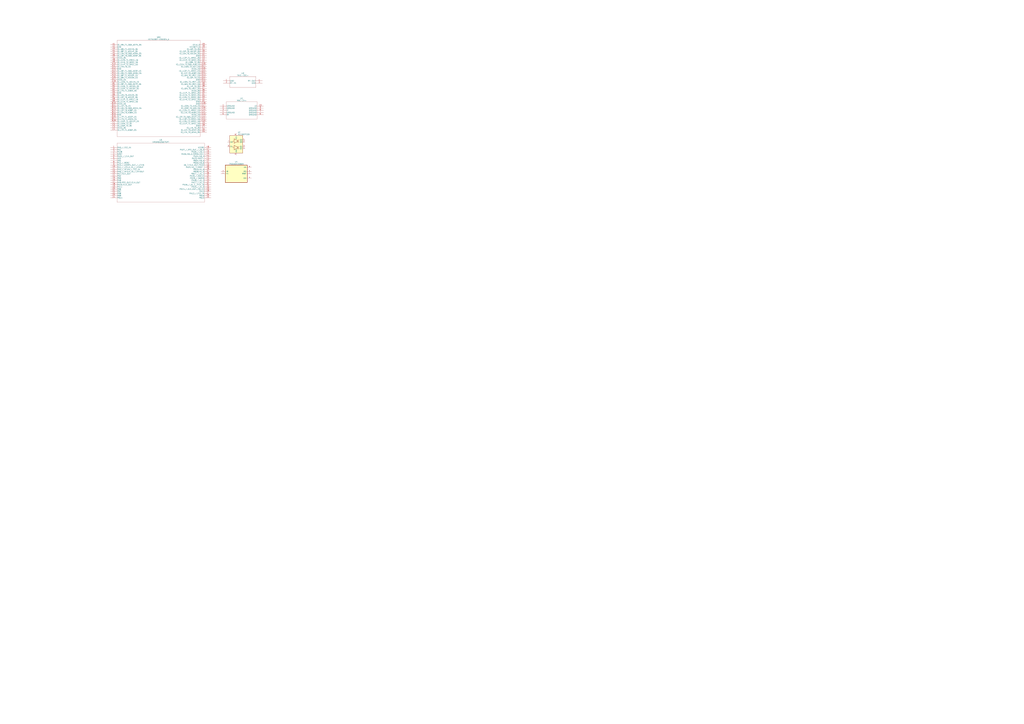
<source format=kicad_sch>
(kicad_sch (version 20230121) (generator eeschema)
  (paper "A0")
  (title_block (title "UHF PCB with Dual Microcontroller and FGPA") (date "2023-12-15") (rev "MK1"))
  (lib_symbols
    (symbol "2023-12-16_21-42-08:TAV1-331+" (pin_names (offset 0.254))
      (property "Reference" "U" (at 22.86 10.16 0))
      (property "Value" "TAV1-331+" (at 22.86 7.62 0))
      (symbol "TAV1-331+_1_1"
        (polyline (pts (xy 7.62 -7.62) (xy 38.1 -7.62)) (stroke (width 0.127)))
        (polyline (pts (xy 7.62 5.08) (xy 7.62 -7.62)) (stroke (width 0.127)))
        (polyline (pts (xy 38.1 -7.62) (xy 38.1 5.08)) (stroke (width 0.127)))
        (polyline (pts (xy 38.1 5.08) (xy 7.62 5.08)) (stroke (width 0.127)))
        (pin power_in line (at 0 0 0) (length 7.62) (name "GND") (number "1"))
        (pin input line (at 0 -2.54 0) (length 7.62) (name "RF-IN") (number "2"))
        (pin power_in line (at 45.72 -2.54 180) (length 7.62) (name "GND") (number "3"))
        (pin output line (at 45.72 0 180) (length 7.62) (name "RF-OUT") (number "4"))
      )
    )
    (symbol "2023-12-17_23-20-25:XMSM0G3507SPT" (pin_names (offset 0.254))
      (property "Reference" "U" (at 58.42 10.16 0))
      (property "Value" "XMSM0G3507SPT" (at 58.42 7.62 0))
      (symbol "XMSM0G3507SPT_1_1"
        (polyline (pts (xy 7.62 -63.5) (xy 109.22 -63.5)) (stroke (width 0.127)))
        (polyline (pts (xy 7.62 5.08) (xy 7.62 -63.5)) (stroke (width 0.127)))
        (polyline (pts (xy 109.22 -63.5) (xy 109.22 5.08)) (stroke (width 0.127)))
        (polyline (pts (xy 109.22 5.08) (xy 7.62 5.08)) (stroke (width 0.127)))
        (pin bidirectional line (at 0 0 0) (length 7.62) (name "PA0_/_FCC_IN") (number "1"))
        (pin output line (at 0 -22.86 0) (length 7.62) (name "PA4_/_LFCLK_IN_/_LFXOUT") (number "10"))
        (pin bidirectional line (at 0 -25.4 0) (length 7.62) (name "PA5_/_HFXIN_/_FCC_IN") (number "11"))
        (pin output line (at 0 -27.94 0) (length 7.62) (name "PA6_/_HFCLK_IN_/_HFXOUT") (number "12"))
        (pin output line (at 0 -30.48 0) (length 7.62) (name "PA7/CLK_OUT") (number "13"))
        (pin bidirectional line (at 0 -33.02 0) (length 7.62) (name "PB2") (number "14"))
        (pin bidirectional line (at 0 -35.56 0) (length 7.62) (name "PB3") (number "15"))
        (pin bidirectional line (at 0 -38.1 0) (length 7.62) (name "PA8") (number "16"))
        (pin output line (at 0 -40.64 0) (length 7.62) (name "PA9/RTC_OUT/CLK_OUT") (number "17"))
        (pin output line (at 0 -43.18 0) (length 7.62) (name "PA10/CLK_OUT") (number "18"))
        (pin bidirectional line (at 0 -45.72 0) (length 7.62) (name "PA11") (number "19"))
        (pin bidirectional line (at 0 -2.54 0) (length 7.62) (name "PA1") (number "2"))
        (pin bidirectional line (at 0 -48.26 0) (length 7.62) (name "PB6") (number "20"))
        (pin bidirectional line (at 0 -50.8 0) (length 7.62) (name "PB7") (number "21"))
        (pin bidirectional line (at 0 -53.34 0) (length 7.62) (name "PB8") (number "22"))
        (pin bidirectional line (at 0 -55.88 0) (length 7.62) (name "PB9") (number "23"))
        (pin bidirectional line (at 0 -58.42 0) (length 7.62) (name "PB14") (number "24"))
        (pin bidirectional line (at 116.84 -58.42 180) (length 7.62) (name "PB15") (number "25"))
        (pin bidirectional line (at 116.84 -55.88 180) (length 7.62) (name "PB16") (number "26"))
        (pin bidirectional line (at 116.84 -53.34 180) (length 7.62) (name "PA12_/_FCC_IN") (number "27"))
        (pin bidirectional line (at 116.84 -50.8 180) (length 7.62) (name "PA13") (number "28"))
        (pin output line (at 116.84 -48.26 180) (length 7.62) (name "PA14_/_CLK_OUT_/A0_12") (number "29"))
        (pin bidirectional line (at 0 -5.08 0) (length 7.62) (name "PA28") (number "3"))
        (pin bidirectional line (at 116.84 -45.72 180) (length 7.62) (name "PA15_/_A1_0") (number "30"))
        (pin bidirectional line (at 116.84 -43.18 180) (length 7.62) (name "PA16_/_A1_1_/FCC_IN") (number "31"))
        (pin bidirectional line (at 116.84 -40.64 180) (length 7.62) (name "PA17_/_A1_2") (number "32"))
        (pin bidirectional line (at 116.84 -38.1 180) (length 7.62) (name "PA18_/_A1_3") (number "33"))
        (pin bidirectional line (at 116.84 -35.56 180) (length 7.62) (name "PA19_/_SWDIO") (number "34"))
        (pin bidirectional line (at 116.84 -33.02 180) (length 7.62) (name "PA20_/_SWCLK") (number "35"))
        (pin bidirectional line (at 116.84 -30.48 180) (length 7.62) (name "PB17_/_A1_4") (number "36"))
        (pin bidirectional line (at 116.84 -27.94 180) (length 7.62) (name "PB18/A1_5") (number "37"))
        (pin bidirectional line (at 116.84 -25.4 180) (length 7.62) (name "PB19/A1_6") (number "38"))
        (pin power_in line (at 116.84 -22.86 180) (length 7.62) (name "PA21/A1_7/VREF-") (number "39"))
        (pin unspecified line (at 0 -7.62 0) (length 7.62) (name "NRST") (number "4"))
        (pin output line (at 116.84 -20.32 180) (length 7.62) (name "A0_7/CLK_OUT/PA22") (number "40"))
        (pin bidirectional line (at 116.84 -17.78 180) (length 7.62) (name "PB20/A0_6") (number "41"))
        (pin bidirectional line (at 116.84 -15.24 180) (length 7.62) (name "PB24/A0_5") (number "42"))
        (pin power_in line (at 116.84 -12.7 180) (length 7.62) (name "PA23/VREF+") (number "43"))
        (pin bidirectional line (at 116.84 -10.16 180) (length 7.62) (name "PA24/A0_3") (number "44"))
        (pin input line (at 116.84 -7.62 180) (length 7.62) (name "PA25/A0_2/OPA0_IN1+") (number "45"))
        (pin bidirectional line (at 116.84 -5.08 180) (length 7.62) (name "PA26_/_A0_1") (number "46"))
        (pin output line (at 116.84 -2.54 180) (length 7.62) (name "PA27_/_RTC_OUT_/_A0_0") (number "47"))
        (pin unspecified line (at 116.84 0 180) (length 7.62) (name "VCORE") (number "48"))
        (pin output line (at 0 -10.16 0) (length 7.62) (name "PA31_/_CLK_OUT") (number "5"))
        (pin power_in line (at 0 -12.7 0) (length 7.62) (name "VDD") (number "6"))
        (pin power_in line (at 0 -15.24 0) (length 7.62) (name "VSS") (number "7"))
        (pin bidirectional line (at 0 -17.78 0) (length 7.62) (name "PA2_/_ROSC") (number "8"))
        (pin output line (at 0 -20.32 0) (length 7.62) (name "PA3_/_COMP1_OUT_/_LFXIN") (number "9"))
      )
    )
    (symbol "2023-12-18_23-40-33:XC7A100T-CSG324_A" (pin_names (offset 0.254))
      (property "Reference" "U" (at 55.88 10.16 0))
      (property "Value" "XC7A100T-CSG324_A" (at 55.88 7.62 0))
      (symbol "XC7A100T-CSG324_A_1_1"
        (polyline (pts (xy 7.62 -106.68) (xy 104.14 -106.68)) (stroke (width 0.127)))
        (polyline (pts (xy 7.62 5.08) (xy 7.62 -106.68)) (stroke (width 0.127)))
        (polyline (pts (xy 104.14 -106.68) (xy 104.14 5.08)) (stroke (width 0.127)))
        (polyline (pts (xy 104.14 5.08) (xy 7.62 5.08)) (stroke (width 0.127)))
        (pin bidirectional line (at 0 0 0) (length 7.62) (name "IO_L9N_T1_DQS_AD7N_35") (number "A1"))
        (pin bidirectional line (at 0 -22.86 0) (length 7.62) (name "IO_L14P_T2_SRCC_16") (number "A10"))
        (pin bidirectional line (at 0 -25.4 0) (length 7.62) (name "IO_L4N_T0_15") (number "A11"))
        (pin power_in line (at 0 -27.94 0) (length 7.62) (name "GND") (number "A12"))
        (pin bidirectional line (at 0 -30.48 0) (length 7.62) (name "IO_L9P_T1_DQS_AD3P_15") (number "A13"))
        (pin bidirectional line (at 0 -33.02 0) (length 7.62) (name "IO_L9N_T1_DQS_AD3N_15") (number "A14"))
        (pin bidirectional line (at 0 -35.56 0) (length 7.62) (name "IO_L8P_T1_AD10P_15") (number "A15"))
        (pin bidirectional line (at 0 -38.1 0) (length 7.62) (name "IO_L8N_T1_AD10N_15") (number "A16"))
        (pin power_in line (at 0 -40.64 0) (length 7.62) (name "VCCO_15") (number "A17"))
        (pin bidirectional line (at 0 -43.18 0) (length 7.62) (name "IO_L10N_T1_AD11N_15") (number "A18"))
        (pin power_in line (at 0 -2.54 0) (length 7.62) (name "GND") (number "A2"))
        (pin bidirectional line (at 0 -5.08 0) (length 7.62) (name "IO_L8N_T1_AD14N_35") (number "A3"))
        (pin bidirectional line (at 0 -7.62 0) (length 7.62) (name "IO_L8P_T1_AD14P_35") (number "A4"))
        (pin bidirectional line (at 0 -10.16 0) (length 7.62) (name "IO_L3N_T0_DQS_AD5N_35") (number "A5"))
        (pin bidirectional line (at 0 -12.7 0) (length 7.62) (name "IO_L3P_T0_DQS_AD5P_35") (number "A6"))
        (pin power_in line (at 0 -15.24 0) (length 7.62) (name "VCCO_35") (number "A7"))
        (pin bidirectional line (at 0 -17.78 0) (length 7.62) (name "IO_L12N_T1_MRCC_16") (number "A8"))
        (pin bidirectional line (at 0 -20.32 0) (length 7.62) (name "IO_L14N_T2_SRCC_16") (number "A9"))
        (pin bidirectional line (at 0 -45.72 0) (length 7.62) (name "IO_L9P_T1_DQS_AD7P_35") (number "B1"))
        (pin power_in line (at 0 -68.58 0) (length 7.62) (name "VCCO_16") (number "B10"))
        (pin bidirectional line (at 0 -71.12 0) (length 7.62) (name "IO_L4P_T0_15") (number "B11"))
        (pin bidirectional line (at 0 -73.66 0) (length 7.62) (name "IO_L3N_T0_DQS_AD1N_15") (number "B12"))
        (pin bidirectional line (at 0 -76.2 0) (length 7.62) (name "IO_L2P_T0_AD8P_15") (number "B13"))
        (pin bidirectional line (at 0 -78.74 0) (length 7.62) (name "IO_L2N_T0_AD8N_15") (number "B14"))
        (pin power_in line (at 0 -81.28 0) (length 7.62) (name "GND") (number "B15"))
        (pin bidirectional line (at 0 -83.82 0) (length 7.62) (name "IO_L7P_T1_AD2P_15") (number "B16"))
        (pin bidirectional line (at 0 -86.36 0) (length 7.62) (name "IO_L7N_T1_AD2N_15") (number "B17"))
        (pin bidirectional line (at 0 -88.9 0) (length 7.62) (name "IO_L10P_T1_AD11P_15") (number "B18"))
        (pin bidirectional line (at 0 -48.26 0) (length 7.62) (name "IO_L10N_T1_AD15N_35") (number "B2"))
        (pin bidirectional line (at 0 -50.8 0) (length 7.62) (name "IO_L10P_T1_AD15P_35") (number "B3"))
        (pin bidirectional line (at 0 -53.34 0) (length 7.62) (name "IO_L7N_T1_AD6N_35") (number "B4"))
        (pin power_in line (at 0 -55.88 0) (length 7.62) (name "GND") (number "B5"))
        (pin bidirectional line (at 0 -58.42 0) (length 7.62) (name "IO_L2N_T0_AD12N_35") (number "B6"))
        (pin bidirectional line (at 0 -60.96 0) (length 7.62) (name "IO_L2P_T0_AD12P_35") (number "B7"))
        (pin bidirectional line (at 0 -63.5 0) (length 7.62) (name "IO_L12P_T1_MRCC_16") (number "B8"))
        (pin bidirectional line (at 0 -66.04 0) (length 7.62) (name "IO_L11N_T1_SRCC_16") (number "B9"))
        (pin bidirectional line (at 0 -91.44 0) (length 7.62) (name "IO_L16N_T2_35") (number "C1"))
        (pin bidirectional line (at 111.76 -88.9 180) (length 7.62) (name "IO_L13N_T2_MRCC_16") (number "C10"))
        (pin bidirectional line (at 111.76 -86.36 180) (length 7.62) (name "IO_L13P_T2_MRCC_16") (number "C11"))
        (pin bidirectional line (at 111.76 -83.82 180) (length 7.62) (name "IO_L3P_T0_DQS_AD1P_15") (number "C12"))
        (pin power_in line (at 111.76 -81.28 180) (length 7.62) (name "VCCO_15") (number "C13"))
        (pin bidirectional line (at 111.76 -78.74 180) (length 7.62) (name "IO_L1N_T0_AD0N_15") (number "C14"))
        (pin bidirectional line (at 111.76 -76.2 180) (length 7.62) (name "IO_L12N_T1_MRCC_15") (number "C15"))
        (pin bidirectional line (at 111.76 -73.66 180) (length 7.62) (name "IO_L20P_T3_A20_15") (number "C16"))
        (pin bidirectional line (at 111.76 -71.12 180) (length 7.62) (name "IO_L20N_T3_A19_15") (number "C17"))
        (pin power_in line (at 111.76 -68.58 180) (length 7.62) (name "GND") (number "C18"))
        (pin bidirectional line (at 0 -93.98 0) (length 7.62) (name "IO_L16P_T2_35") (number "C2"))
        (pin power_in line (at 0 -96.52 0) (length 7.62) (name "VCCO_35") (number "C3"))
        (pin bidirectional line (at 0 -99.06 0) (length 7.62) (name "IO_L7P_T1_AD6P_35") (number "C4"))
        (pin bidirectional line (at 111.76 -101.6 180) (length 7.62) (name "IO_L1N_T0_AD4N_35") (number "C5"))
        (pin bidirectional line (at 111.76 -99.06 180) (length 7.62) (name "IO_L1P_T0_AD4P_35") (number "C6"))
        (pin bidirectional line (at 111.76 -96.52 180) (length 7.62) (name "IO_L4N_T0_35") (number "C7"))
        (pin power_in line (at 111.76 -93.98 180) (length 7.62) (name "GND") (number "C8"))
        (pin bidirectional line (at 111.76 -91.44 180) (length 7.62) (name "IO_L11P_T1_SRCC_16") (number "C9"))
        (pin power_in line (at 111.76 -66.04 180) (length 7.62) (name "GND") (number "D1"))
        (pin bidirectional line (at 111.76 -43.18 180) (length 7.62) (name "IO_L19N_T3_VREF_16") (number "D10"))
        (pin power_in line (at 111.76 -40.64 180) (length 7.62) (name "GND") (number "D11"))
        (pin bidirectional line (at 111.76 -38.1 180) (length 7.62) (name "IO_L6P_T0_15") (number "D12"))
        (pin bidirectional line (at 111.76 -35.56 180) (length 7.62) (name "IO_L6N_T0_VREF_15") (number "D13"))
        (pin bidirectional line (at 111.76 -33.02 180) (length 7.62) (name "IO_L1P_T0_AD0P_15") (number "D14"))
        (pin bidirectional line (at 111.76 -30.48 180) (length 7.62) (name "IO_L12P_T1_MRCC_15") (number "D15"))
        (pin power_in line (at 111.76 -27.94 180) (length 7.62) (name "VCCO_15") (number "D16"))
        (pin bidirectional line (at 111.76 -25.4 180) (length 7.62) (name "IO_L16N_T2_A27_15") (number "D17"))
        (pin bidirectional line (at 111.76 -22.86 180) (length 7.62) (name "IO_L21N_T3_DQS_A18_15") (number "D18"))
        (pin bidirectional line (at 111.76 -63.5 180) (length 7.62) (name "IO_L14N_T2_SRCC_35") (number "D2"))
        (pin bidirectional line (at 111.76 -60.96 180) (length 7.62) (name "IO_L12N_T1_MRCC_35") (number "D3"))
        (pin bidirectional line (at 111.76 -58.42 180) (length 7.62) (name "IO_L11N_T1_SRCC_35") (number "D4"))
        (pin bidirectional line (at 111.76 -55.88 180) (length 7.62) (name "IO_L11P_T1_SRCC_35") (number "D5"))
        (pin power_in line (at 111.76 -53.34 180) (length 7.62) (name "VCCO_35") (number "D6"))
        (pin bidirectional line (at 111.76 -50.8 180) (length 7.62) (name "IO_L6N_T0_VREF_35") (number "D7"))
        (pin bidirectional line (at 111.76 -48.26 180) (length 7.62) (name "IO_L4P_T0_35") (number "D8"))
        (pin bidirectional line (at 111.76 -45.72 180) (length 7.62) (name "IO_L6N_T0_VREF_16") (number "D9"))
        (pin bidirectional line (at 111.76 -20.32 180) (length 7.62) (name "IO_L18N_T2_35") (number "E1"))
        (pin bidirectional line (at 111.76 -17.78 180) (length 7.62) (name "IO_L14P_T2_SRCC_35") (number "E2"))
        (pin bidirectional line (at 111.76 -15.24 180) (length 7.62) (name "IO_L12P_T1_MRCC_35") (number "E3"))
        (pin power_in line (at 111.76 -12.7 180) (length 7.62) (name "GND") (number "E4"))
        (pin bidirectional line (at 111.76 -10.16 180) (length 7.62) (name "IO_L5N_T0_AD13N_35") (number "E5"))
        (pin bidirectional line (at 111.76 -7.62 180) (length 7.62) (name "IO_L5P_T0_AD13P_35") (number "E6"))
        (pin bidirectional line (at 111.76 -5.08 180) (length 7.62) (name "IO_L6P_T0_35") (number "E7"))
        (pin power_in line (at 111.76 -2.54 180) (length 7.62) (name "VCCBATT_0") (number "E8"))
        (pin bidirectional line (at 111.76 0 180) (length 7.62) (name "CCLK_0") (number "E9"))
      )
      (symbol "XC7A100T-CSG324_A_2_1"
        (polyline (pts (xy 7.62 -106.68) (xy 104.14 -106.68)) (stroke (width 0.127)))
        (polyline (pts (xy 7.62 5.08) (xy 7.62 -106.68)) (stroke (width 0.127)))
        (polyline (pts (xy 104.14 -106.68) (xy 104.14 5.08)) (stroke (width 0.127)))
        (polyline (pts (xy 104.14 5.08) (xy 7.62 5.08)) (stroke (width 0.127)))
        (pin input line (at 0 0 0) (length 7.62) (name "TCK_0") (number "E10"))
        (pin input line (at 0 -2.54 0) (length 7.62) (name "TDI_0") (number "E11"))
        (pin input line (at 0 -5.08 0) (length 7.62) (name "TMS_0") (number "E12"))
        (pin output line (at 0 -7.62 0) (length 7.62) (name "TDO_0") (number "E13"))
        (pin power_in line (at 0 -10.16 0) (length 7.62) (name "GND") (number "E14"))
        (pin bidirectional line (at 0 -12.7 0) (length 7.62) (name "IO_L11P_T1_SRCC_15") (number "E15"))
        (pin bidirectional line (at 0 -15.24 0) (length 7.62) (name "IO_L11N_T1_SRCC_15") (number "E16"))
        (pin bidirectional line (at 0 -17.78 0) (length 7.62) (name "IO_L16P_T2_A28_15") (number "E17"))
        (pin bidirectional line (at 0 -20.32 0) (length 7.62) (name "IO_L21P_T3_DQS_15") (number "E18"))
        (pin bidirectional line (at 0 -22.86 0) (length 7.62) (name "IO_L18P_T2_35") (number "F1"))
        (pin power_in line (at 0 -45.72 0) (length 7.62) (name "VCCBRAM") (number "F10"))
        (pin power_in line (at 0 -48.26 0) (length 7.62) (name "GND") (number "F11"))
        (pin power_in line (at 0 -50.8 0) (length 7.62) (name "VCCAUX") (number "F12"))
        (pin bidirectional line (at 0 -53.34 0) (length 7.62) (name "IO_L5P_T0_AD9P_15") (number "F13"))
        (pin bidirectional line (at 0 -55.88 0) (length 7.62) (name "IO_L5N_T0_AD9N_15") (number "F14"))
        (pin bidirectional line (at 0 -58.42 0) (length 7.62) (name "IO_L14P_T2_SRCC_15") (number "F15"))
        (pin bidirectional line (at 0 -60.96 0) (length 7.62) (name "IO_L14N_T2_SRCC_15") (number "F16"))
        (pin power_in line (at 0 -63.5 0) (length 7.62) (name "GND") (number "F17"))
        (pin bidirectional line (at 0 -66.04 0) (length 7.62) (name "IO_L22N_T3_A16_15") (number "F18"))
        (pin power_in line (at 0 -25.4 0) (length 7.62) (name "VCCO_35") (number "F2"))
        (pin bidirectional line (at 0 -27.94 0) (length 7.62) (name "IO_L13N_T2_MRCC_35") (number "F3"))
        (pin bidirectional line (at 0 -30.48 0) (length 7.62) (name "IO_L13P_T2_MRCC_35") (number "F4"))
        (pin bidirectional line (at 0 -33.02 0) (length 7.62) (name "IO_0_35") (number "F5"))
        (pin bidirectional line (at 0 -35.56 0) (length 7.62) (name "IO_L19N_T3_VREF_35") (number "F6"))
        (pin power_in line (at 0 -38.1 0) (length 7.62) (name "GND") (number "F7"))
        (pin power_in line (at 0 -40.64 0) (length 7.62) (name "VCCINT") (number "F8"))
        (pin power_in line (at 0 -43.18 0) (length 7.62) (name "GND") (number "F9"))
        (pin bidirectional line (at 0 -68.58 0) (length 7.62) (name "IO_L17N_T2_35") (number "G1"))
        (pin power_in line (at 0 -91.44 0) (length 7.62) (name "GND") (number "G10"))
        (pin power_in line (at 0 -93.98 0) (length 7.62) (name "VCCBRAM") (number "G11"))
        (pin power_in line (at 0 -96.52 0) (length 7.62) (name "GND") (number "G12"))
        (pin bidirectional line (at 0 -99.06 0) (length 7.62) (name "IO_0_15") (number "G13"))
        (pin bidirectional line (at 111.76 -101.6 180) (length 7.62) (name "IO_L15N_T2_DQS_ADV_B_15") (number "G14"))
        (pin power_in line (at 111.76 -99.06 180) (length 7.62) (name "VCCO_15") (number "G15"))
        (pin bidirectional line (at 111.76 -96.52 180) (length 7.62) (name "IO_L13N_T2_MRCC_15") (number "G16"))
        (pin bidirectional line (at 111.76 -93.98 180) (length 7.62) (name "IO_L18N_T2_A23_15") (number "G17"))
        (pin bidirectional line (at 111.76 -91.44 180) (length 7.62) (name "IO_L22P_T3_A17_15") (number "G18"))
        (pin bidirectional line (at 0 -71.12 0) (length 7.62) (name "IO_L15N_T2_DQS_35") (number "G2"))
        (pin bidirectional line (at 0 -73.66 0) (length 7.62) (name "IO_L20N_T3_35") (number "G3"))
        (pin bidirectional line (at 0 -76.2 0) (length 7.62) (name "IO_L20P_T3_35") (number "G4"))
        (pin power_in line (at 0 -78.74 0) (length 7.62) (name "VCCO_35") (number "G5"))
        (pin bidirectional line (at 0 -81.28 0) (length 7.62) (name "IO_L19P_T3_35") (number "G6"))
        (pin power_in line (at 0 -83.82 0) (length 7.62) (name "VCCINT") (number "G7"))
        (pin power_in line (at 0 -86.36 0) (length 7.62) (name "GND") (number "G8"))
        (pin power_in line (at 0 -88.9 0) (length 7.62) (name "VCCINT") (number "G9"))
        (pin bidirectional line (at 111.76 -88.9 180) (length 7.62) (name "IO_L17P_T2_35") (number "H1"))
        (pin power_in line (at 111.76 -66.04 180) (length 7.62) (name "VCCADC_0") (number "H10"))
        (pin power_in line (at 111.76 -63.5 180) (length 7.62) (name "GND") (number "H11"))
        (pin power_in line (at 111.76 -60.96 180) (length 7.62) (name "VCCAUX") (number "H12"))
        (pin power_in line (at 111.76 -58.42 180) (length 7.62) (name "GND") (number "H13"))
        (pin bidirectional line (at 111.76 -55.88 180) (length 7.62) (name "IO_L15P_T2_DQS_15") (number "H14"))
        (pin bidirectional line (at 111.76 -53.34 180) (length 7.62) (name "IO_L19N_T3_A21_VREF_15") (number "H15"))
        (pin bidirectional line (at 111.76 -50.8 180) (length 7.62) (name "IO_L13P_T2_MRCC_15") (number "H16"))
        (pin bidirectional line (at 111.76 -48.26 180) (length 7.62) (name "IO_L18P_T2_A24_15") (number "H17"))
        (pin power_in line (at 111.76 -45.72 180) (length 7.62) (name "VCCO_15") (number "H18"))
        (pin bidirectional line (at 111.76 -86.36 180) (length 7.62) (name "IO_L15P_T2_DQS_35") (number "H2"))
        (pin power_in line (at 111.76 -83.82 180) (length 7.62) (name "GND") (number "H3"))
        (pin bidirectional line (at 111.76 -81.28 180) (length 7.62) (name "IO_L21N_T3_DQS_35") (number "H4"))
        (pin bidirectional line (at 111.76 -78.74 180) (length 7.62) (name "IO_L24N_T3_35") (number "H5"))
        (pin bidirectional line (at 111.76 -76.2 180) (length 7.62) (name "IO_L24P_T3_35") (number "H6"))
        (pin power_in line (at 111.76 -73.66 180) (length 7.62) (name "GND") (number "H7"))
        (pin power_in line (at 111.76 -71.12 180) (length 7.62) (name "VCCINT") (number "H8"))
        (pin power_in line (at 111.76 -68.58 180) (length 7.62) (name "GNDADC_0") (number "H9"))
        (pin power_in line (at 111.76 -43.18 180) (length 7.62) (name "VCCO_35") (number "J1"))
        (pin input line (at 111.76 -20.32 180) (length 7.62) (name "VP_0") (number "J10"))
        (pin power_in line (at 111.76 -17.78 180) (length 7.62) (name "VCCINT") (number "J11"))
        (pin power_in line (at 111.76 -15.24 180) (length 7.62) (name "GND") (number "J12"))
        (pin bidirectional line (at 111.76 -12.7 180) (length 7.62) (name "IO_L17N_T2_A25_15") (number "J13"))
        (pin bidirectional line (at 111.76 -10.16 180) (length 7.62) (name "IO_L19P_T3_A22_15") (number "J14"))
        (pin bidirectional line (at 111.76 -7.62 180) (length 7.62) (name "IO_L24N_T3_RS0_15") (number "J15"))
        (pin power_in line (at 111.76 -5.08 180) (length 7.62) (name "GND") (number "J16"))
        (pin bidirectional line (at 111.76 -2.54 180) (length 7.62) (name "IO_L23P_T3_FOE_B_15") (number "J17"))
        (pin bidirectional line (at 111.76 0 180) (length 7.62) (name "IO_L23N_T3_FWE_B_15") (number "J18"))
        (pin bidirectional line (at 111.76 -40.64 180) (length 7.62) (name "IO_L22N_T3_35") (number "J2"))
        (pin bidirectional line (at 111.76 -38.1 180) (length 7.62) (name "IO_L22P_T3_35") (number "J3"))
        (pin bidirectional line (at 111.76 -35.56 180) (length 7.62) (name "IO_L21P_T3_DQS_35") (number "J4"))
        (pin bidirectional line (at 111.76 -33.02 180) (length 7.62) (name "IO_25_35") (number "J5"))
        (pin power_in line (at 111.76 -30.48 180) (length 7.62) (name "GND") (number "J6"))
        (pin power_in line (at 111.76 -27.94 180) (length 7.62) (name "VCCINT") (number "J7"))
        (pin power_in line (at 111.76 -25.4 180) (length 7.62) (name "GND") (number "J8"))
        (pin power_in line (at 111.76 -22.86 180) (length 7.62) (name "VREFN_0") (number "J9"))
      )
      (symbol "XC7A100T-CSG324_A_3_1"
        (polyline (pts (xy 7.62 -106.68) (xy 109.22 -106.68)) (stroke (width 0.127)))
        (polyline (pts (xy 7.62 5.08) (xy 7.62 -106.68)) (stroke (width 0.127)))
        (polyline (pts (xy 109.22 -106.68) (xy 109.22 5.08)) (stroke (width 0.127)))
        (polyline (pts (xy 109.22 5.08) (xy 7.62 5.08)) (stroke (width 0.127)))
        (pin bidirectional line (at 0 0 0) (length 7.62) (name "IO_L23N_T3_35") (number "K1"))
        (pin power_in line (at 0 -22.86 0) (length 7.62) (name "VREFP_0") (number "K10"))
        (pin power_in line (at 0 -25.4 0) (length 7.62) (name "GND") (number "K11"))
        (pin power_in line (at 0 -27.94 0) (length 7.62) (name "VCCAUX") (number "K12"))
        (pin bidirectional line (at 0 -30.48 0) (length 7.62) (name "IO_L17P_T2_A26_15") (number "K13"))
        (pin power_in line (at 0 -33.02 0) (length 7.62) (name "VCCO_15") (number "K14"))
        (pin bidirectional line (at 0 -35.56 0) (length 7.62) (name "IO_L24P_T3_RS1_15") (number "K15"))
        (pin bidirectional line (at 0 -38.1 0) (length 7.62) (name "IO_25_15") (number "K16"))
        (pin bidirectional line (at 0 -40.64 0) (length 7.62) (name "IO_L1P_T0_D00_MOSI_14") (number "K17"))
        (pin bidirectional line (at 0 -43.18 0) (length 7.62) (name "IO_L1N_T0_D01_DIN_14") (number "K18"))
        (pin bidirectional line (at 0 -2.54 0) (length 7.62) (name "IO_L23P_T3_35") (number "K2"))
        (pin bidirectional line (at 0 -5.08 0) (length 7.62) (name "IO_L2P_T0_34") (number "K3"))
        (pin power_in line (at 0 -7.62 0) (length 7.62) (name "VCCO_34") (number "K4"))
        (pin bidirectional line (at 0 -10.16 0) (length 7.62) (name "IO_L5P_T0_34") (number "K5"))
        (pin bidirectional line (at 0 -12.7 0) (length 7.62) (name "IO_0_34") (number "K6"))
        (pin power_in line (at 0 -15.24 0) (length 7.62) (name "GND") (number "K7"))
        (pin power_in line (at 0 -17.78 0) (length 7.62) (name "VCCINT") (number "K8"))
        (pin input line (at 0 -20.32 0) (length 7.62) (name "VN_0") (number "K9"))
        (pin bidirectional line (at 0 -45.72 0) (length 7.62) (name "IO_L1P_T0_34") (number "L1"))
        (pin unspecified line (at 0 -68.58 0) (length 7.62) (name "DXP_0") (number "L10"))
        (pin power_in line (at 0 -71.12 0) (length 7.62) (name "VCCINT") (number "L11"))
        (pin power_in line (at 0 -73.66 0) (length 7.62) (name "GND") (number "L12"))
        (pin bidirectional line (at 0 -76.2 0) (length 7.62) (name "IO_L6P_T0_FCS_B_14") (number "L13"))
        (pin bidirectional line (at 0 -78.74 0) (length 7.62) (name "IO_L2P_T0_D02_14") (number "L14"))
        (pin bidirectional line (at 0 -81.28 0) (length 7.62) (name "IO_L3P_T0_DQS_PUDC_B_14") (number "L15"))
        (pin bidirectional line (at 0 -83.82 0) (length 7.62) (name "IO_L3N_T0_DQS_EMCCLK_14") (number "L16"))
        (pin power_in line (at 0 -86.36 0) (length 7.62) (name "VCCO_14") (number "L17"))
        (pin bidirectional line (at 0 -88.9 0) (length 7.62) (name "IO_L4P_T0_D04_14") (number "L18"))
        (pin power_in line (at 0 -48.26 0) (length 7.62) (name "GND") (number "L2"))
        (pin bidirectional line (at 0 -50.8 0) (length 7.62) (name "IO_L2N_T0_34") (number "L3"))
        (pin bidirectional line (at 0 -53.34 0) (length 7.62) (name "IO_L5N_T0_34") (number "L4"))
        (pin bidirectional line (at 0 -55.88 0) (length 7.62) (name "IO_L6N_T0_VREF_34") (number "L5"))
        (pin bidirectional line (at 0 -58.42 0) (length 7.62) (name "IO_L6P_T0_34") (number "L6"))
        (pin power_in line (at 0 -60.96 0) (length 7.62) (name "VCCINT") (number "L7"))
        (pin power_in line (at 0 -63.5 0) (length 7.62) (name "GND") (number "L8"))
        (pin unspecified line (at 0 -66.04 0) (length 7.62) (name "DXN_0") (number "L9"))
        (pin bidirectional line (at 0 -91.44 0) (length 7.62) (name "IO_L1N_T0_34") (number "M1"))
        (pin power_in line (at 116.84 -88.9 180) (length 7.62) (name "VCCINT") (number "M10"))
        (pin power_in line (at 116.84 -86.36 180) (length 7.62) (name "GND") (number "M11"))
        (pin power_in line (at 116.84 -83.82 180) (length 7.62) (name "VCCAUX") (number "M12"))
        (pin bidirectional line (at 116.84 -81.28 180) (length 7.62) (name "IO_L6N_T0_D08_VREF_14") (number "M13"))
        (pin bidirectional line (at 116.84 -78.74 180) (length 7.62) (name "IO_L2N_T0_D03_14") (number "M14"))
        (pin power_in line (at 116.84 -76.2 180) (length 7.62) (name "GND") (number "M15"))
        (pin bidirectional line (at 116.84 -73.66 180) (length 7.62) (name "IO_L10P_T1_D14_14") (number "M16"))
        (pin bidirectional line (at 116.84 -71.12 180) (length 7.62) (name "IO_L10N_T1_D15_14") (number "M17"))
        (pin bidirectional line (at 116.84 -68.58 180) (length 7.62) (name "IO_L4N_T0_D05_14") (number "M18"))
        (pin bidirectional line (at 0 -93.98 0) (length 7.62) (name "IO_L4N_T0_34") (number "M2"))
        (pin bidirectional line (at 0 -96.52 0) (length 7.62) (name "IO_L4P_T0_34") (number "M3"))
        (pin bidirectional line (at 0 -99.06 0) (length 7.62) (name "IO_L16P_T2_34") (number "M4"))
        (pin power_in line (at 116.84 -101.6 180) (length 7.62) (name "GND") (number "M5"))
        (pin bidirectional line (at 116.84 -99.06 180) (length 7.62) (name "IO_L18P_T2_34") (number "M6"))
        (pin power_in line (at 116.84 -96.52 180) (length 7.62) (name "GND") (number "M7"))
        (pin power_in line (at 116.84 -93.98 180) (length 7.62) (name "VCCINT") (number "M8"))
        (pin power_in line (at 116.84 -91.44 180) (length 7.62) (name "GND") (number "M9"))
        (pin bidirectional line (at 116.84 -66.04 180) (length 7.62) (name "IO_L3N_T0_DQS_34") (number "N1"))
        (pin power_in line (at 116.84 -43.18 180) (length 7.62) (name "GND") (number "N10"))
        (pin power_in line (at 116.84 -40.64 180) (length 7.62) (name "VCCINT") (number "N11"))
        (pin power_in line (at 116.84 -38.1 180) (length 7.62) (name "GND") (number "N12"))
        (pin power_in line (at 116.84 -35.56 180) (length 7.62) (name "VCCO_14") (number "N13"))
        (pin bidirectional line (at 116.84 -33.02 180) (length 7.62) (name "IO_L8P_T1_D11_14") (number "N14"))
        (pin bidirectional line (at 116.84 -30.48 180) (length 7.62) (name "IO_L11P_T1_SRCC_14") (number "N15"))
        (pin bidirectional line (at 116.84 -27.94 180) (length 7.62) (name "IO_L11N_T1_SRCC_14") (number "N16"))
        (pin bidirectional line (at 116.84 -25.4 180) (length 7.62) (name "IO_L9P_T1_DQS_14") (number "N17"))
        (pin power_in line (at 116.84 -22.86 180) (length 7.62) (name "GND") (number "N18"))
        (pin bidirectional line (at 116.84 -63.5 180) (length 7.62) (name "IO_L3P_T0_DQS_34") (number "N2"))
        (pin power_in line (at 116.84 -60.96 180) (length 7.62) (name "VCCO_34") (number "N3"))
        (pin bidirectional line (at 116.84 -58.42 180) (length 7.62) (name "IO_L16N_T2_34") (number "N4"))
        (pin bidirectional line (at 116.84 -55.88 180) (length 7.62) (name "IO_L13P_T2_MRCC_34") (number "N5"))
        (pin bidirectional line (at 116.84 -53.34 180) (length 7.62) (name "IO_L18N_T2_34") (number "N6"))
        (pin power_in line (at 116.84 -50.8 180) (length 7.62) (name "VCCINT") (number "N7"))
        (pin power_in line (at 116.84 -48.26 180) (length 7.62) (name "GND") (number "N8"))
        (pin power_in line (at 116.84 -45.72 180) (length 7.62) (name "VCCINT") (number "N9"))
        (pin power_in line (at 116.84 -20.32 180) (length 7.62) (name "GND") (number "P1"))
        (pin bidirectional line (at 116.84 -17.78 180) (length 7.62) (name "IO_L15P_T2_DQS_34") (number "P2"))
        (pin bidirectional line (at 116.84 -15.24 180) (length 7.62) (name "IO_L14N_T2_SRCC_34") (number "P3"))
        (pin bidirectional line (at 116.84 -12.7 180) (length 7.62) (name "IO_L14P_T2_SRCC_34") (number "P4"))
        (pin bidirectional line (at 116.84 -10.16 180) (length 7.62) (name "IO_L13N_T2_MRCC_34") (number "P5"))
        (pin power_in line (at 116.84 -7.62 180) (length 7.62) (name "VCCO_34") (number "P6"))
        (pin bidirectional line (at 116.84 -5.08 180) (length 7.62) (name "INIT_B_0") (number "P7"))
        (pin input line (at 116.84 -2.54 180) (length 7.62) (name "CFGBVS_0") (number "P8"))
        (pin input line (at 116.84 0 180) (length 7.62) (name "PROGRAM_B_0") (number "P9"))
      )
      (symbol "XC7A100T-CSG324_A_4_1"
        (polyline (pts (xy 7.62 -106.68) (xy 129.54 -106.68)) (stroke (width 0.127)))
        (polyline (pts (xy 7.62 5.08) (xy 7.62 -106.68)) (stroke (width 0.127)))
        (polyline (pts (xy 129.54 -106.68) (xy 129.54 5.08)) (stroke (width 0.127)))
        (polyline (pts (xy 129.54 5.08) (xy 7.62 5.08)) (stroke (width 0.127)))
        (pin bidirectional line (at 0 0 0) (length 7.62) (name "DONE_0") (number "P10"))
        (pin input line (at 0 -2.54 0) (length 7.62) (name "M2_0") (number "P11"))
        (pin input line (at 0 -5.08 0) (length 7.62) (name "M0_0") (number "P12"))
        (pin input line (at 0 -7.62 0) (length 7.62) (name "M1_0") (number "P13"))
        (pin bidirectional line (at 0 -10.16 0) (length 7.62) (name "IO_L8N_T1_D12_14") (number "P14"))
        (pin bidirectional line (at 0 -12.7 0) (length 7.62) (name "IO_L13P_T2_MRCC_14") (number "P15"))
        (pin power_in line (at 0 -15.24 0) (length 7.62) (name "VCCO_14") (number "P16"))
        (pin bidirectional line (at 0 -17.78 0) (length 7.62) (name "IO_L12P_T1_MRCC_14") (number "P17"))
        (pin bidirectional line (at 0 -20.32 0) (length 7.62) (name "IO_L9N_T1_DQS_D13_14") (number "P18"))
        (pin bidirectional line (at 0 -22.86 0) (length 7.62) (name "IO_L17P_T2_34") (number "R1"))
        (pin bidirectional line (at 0 -45.72 0) (length 7.62) (name "IO_25_14") (number "R10"))
        (pin bidirectional line (at 0 -48.26 0) (length 7.62) (name "IO_0_14") (number "R11"))
        (pin bidirectional line (at 0 -50.8 0) (length 7.62) (name "IO_L5P_T0_D06_14") (number "R12"))
        (pin bidirectional line (at 0 -53.34 0) (length 7.62) (name "IO_L5N_T0_D07_14") (number "R13"))
        (pin power_in line (at 0 -55.88 0) (length 7.62) (name "GND") (number "R14"))
        (pin bidirectional line (at 0 -58.42 0) (length 7.62) (name "IO_L13N_T2_MRCC_14") (number "R15"))
        (pin bidirectional line (at 0 -60.96 0) (length 7.62) (name "IO_L15P_T2_DQS_RDWR_B_14") (number "R16"))
        (pin bidirectional line (at 0 -63.5 0) (length 7.62) (name "IO_L12N_T1_MRCC_14") (number "R17"))
        (pin bidirectional line (at 0 -66.04 0) (length 7.62) (name "IO_L7P_T1_D09_14") (number "R18"))
        (pin bidirectional line (at 0 -25.4 0) (length 7.62) (name "IO_L15N_T2_DQS_34") (number "R2"))
        (pin bidirectional line (at 0 -27.94 0) (length 7.62) (name "IO_L11P_T1_SRCC_34") (number "R3"))
        (pin power_in line (at 0 -30.48 0) (length 7.62) (name "GND") (number "R4"))
        (pin bidirectional line (at 0 -33.02 0) (length 7.62) (name "IO_L19N_T3_VREF_34") (number "R5"))
        (pin bidirectional line (at 0 -35.56 0) (length 7.62) (name "IO_L19P_T3_34") (number "R6"))
        (pin bidirectional line (at 0 -38.1 0) (length 7.62) (name "IO_L23P_T3_34") (number "R7"))
        (pin bidirectional line (at 0 -40.64 0) (length 7.62) (name "IO_L24P_T3_34") (number "R8"))
        (pin power_in line (at 0 -43.18 0) (length 7.62) (name "VCCO_0") (number "R9"))
        (pin bidirectional line (at 0 -68.58 0) (length 7.62) (name "IO_L17N_T2_34") (number "T1"))
        (pin bidirectional line (at 0 -91.44 0) (length 7.62) (name "IO_L24N_T3_A00_D16_14") (number "T10"))
        (pin bidirectional line (at 0 -93.98 0) (length 7.62) (name "IO_L19P_T3_A10_D26_14") (number "T11"))
        (pin power_in line (at 0 -96.52 0) (length 7.62) (name "VCCO_14") (number "T12"))
        (pin bidirectional line (at 0 -99.06 0) (length 7.62) (name "IO_L23P_T3_A03_D19_14") (number "T13"))
        (pin bidirectional line (at 137.16 -101.6 180) (length 7.62) (name "IO_L14P_T2_SRCC_14") (number "T14"))
        (pin bidirectional line (at 137.16 -99.06 180) (length 7.62) (name "IO_L14N_T2_SRCC_14") (number "T15"))
        (pin bidirectional line (at 137.16 -96.52 180) (length 7.62) (name "IO_L15N_T2_DQS_DOUT_CSO_B_14") (number "T16"))
        (pin power_in line (at 137.16 -93.98 180) (length 7.62) (name "GND") (number "T17"))
        (pin bidirectional line (at 137.16 -91.44 180) (length 7.62) (name "IO_L7N_T1_D10_14") (number "T18"))
        (pin power_in line (at 0 -71.12 0) (length 7.62) (name "VCCO_34") (number "T2"))
        (pin bidirectional line (at 0 -73.66 0) (length 7.62) (name "IO_L11N_T1_SRCC_34") (number "T3"))
        (pin bidirectional line (at 0 -76.2 0) (length 7.62) (name "IO_L12N_T1_MRCC_34") (number "T4"))
        (pin bidirectional line (at 0 -78.74 0) (length 7.62) (name "IO_L12P_T1_MRCC_34") (number "T5"))
        (pin bidirectional line (at 0 -81.28 0) (length 7.62) (name "IO_L23N_T3_34") (number "T6"))
        (pin power_in line (at 0 -83.82 0) (length 7.62) (name "GND") (number "T7"))
        (pin bidirectional line (at 0 -86.36 0) (length 7.62) (name "IO_L24N_T3_34") (number "T8"))
        (pin bidirectional line (at 0 -88.9 0) (length 7.62) (name "IO_L24P_T3_A01_D17_14") (number "T9"))
        (pin bidirectional line (at 137.16 -88.9 180) (length 7.62) (name "IO_L7P_T1_34") (number "U1"))
        (pin power_in line (at 137.16 -66.04 180) (length 7.62) (name "GND") (number "U10"))
        (pin bidirectional line (at 137.16 -63.5 180) (length 7.62) (name "IO_L19N_T3_A09_D25_VREF_14") (number "U11"))
        (pin bidirectional line (at 137.16 -60.96 180) (length 7.62) (name "IO_L20P_T3_A08_D24_14") (number "U12"))
        (pin bidirectional line (at 137.16 -58.42 180) (length 7.62) (name "IO_L23N_T3_A02_D18_14") (number "U13"))
        (pin bidirectional line (at 137.16 -55.88 180) (length 7.62) (name "IO_L22P_T3_A05_D21_14") (number "U14"))
        (pin power_in line (at 137.16 -53.34 180) (length 7.62) (name "VCCO_14") (number "U15"))
        (pin bidirectional line (at 137.16 -50.8 180) (length 7.62) (name "IO_L18P_T2_A12_D28_14") (number "U16"))
        (pin bidirectional line (at 137.16 -48.26 180) (length 7.62) (name "IO_L17P_T2_A14_D30_14") (number "U17"))
        (pin bidirectional line (at 137.16 -45.72 180) (length 7.62) (name "IO_L17N_T2_A13_D29_14") (number "U18"))
        (pin bidirectional line (at 137.16 -86.36 180) (length 7.62) (name "IO_L9P_T1_DQS_34") (number "U2"))
        (pin bidirectional line (at 137.16 -83.82 180) (length 7.62) (name "IO_L8N_T1_34") (number "U3"))
        (pin bidirectional line (at 137.16 -81.28 180) (length 7.62) (name "IO_L8P_T1_34") (number "U4"))
        (pin power_in line (at 137.16 -78.74 180) (length 7.62) (name "VCCO_34") (number "U5"))
        (pin bidirectional line (at 137.16 -76.2 180) (length 7.62) (name "IO_L22N_T3_34") (number "U6"))
        (pin bidirectional line (at 137.16 -73.66 180) (length 7.62) (name "IO_L22P_T3_34") (number "U7"))
        (pin bidirectional line (at 137.16 -71.12 180) (length 7.62) (name "IO_25_34") (number "U8"))
        (pin bidirectional line (at 137.16 -68.58 180) (length 7.62) (name "IO_L21P_T3_DQS_34") (number "U9"))
        (pin bidirectional line (at 137.16 -43.18 180) (length 7.62) (name "IO_L7N_T1_34") (number "V1"))
        (pin bidirectional line (at 137.16 -20.32 180) (length 7.62) (name "IO_L21P_T3_DQS_14") (number "V10"))
        (pin bidirectional line (at 137.16 -17.78 180) (length 7.62) (name "IO_L21N_T3_DQS_A06_D22_14") (number "V11"))
        (pin bidirectional line (at 137.16 -15.24 180) (length 7.62) (name "IO_L20N_T3_A07_D23_14") (number "V12"))
        (pin power_in line (at 137.16 -12.7 180) (length 7.62) (name "GND") (number "V13"))
        (pin bidirectional line (at 137.16 -10.16 180) (length 7.62) (name "IO_L22N_T3_A04_D20_14") (number "V14"))
        (pin bidirectional line (at 137.16 -7.62 180) (length 7.62) (name "IO_L16P_T2_CSI_B_14") (number "V15"))
        (pin bidirectional line (at 137.16 -5.08 180) (length 7.62) (name "IO_L16N_T2_A15_D31_14") (number "V16"))
        (pin bidirectional line (at 137.16 -2.54 180) (length 7.62) (name "IO_L18N_T2_A11_D27_14") (number "V17"))
        (pin power_in line (at 137.16 0 180) (length 7.62) (name "VCCO_14") (number "V18"))
        (pin bidirectional line (at 137.16 -40.64 180) (length 7.62) (name "IO_L9N_T1_DQS_34") (number "V2"))
        (pin power_in line (at 137.16 -38.1 180) (length 7.62) (name "GND") (number "V3"))
        (pin bidirectional line (at 137.16 -35.56 180) (length 7.62) (name "IO_L10N_T1_34") (number "V4"))
        (pin bidirectional line (at 137.16 -33.02 180) (length 7.62) (name "IO_L10P_T1_34") (number "V5"))
        (pin bidirectional line (at 137.16 -30.48 180) (length 7.62) (name "IO_L20N_T3_34") (number "V6"))
        (pin bidirectional line (at 137.16 -27.94 180) (length 7.62) (name "IO_L20P_T3_34") (number "V7"))
        (pin power_in line (at 137.16 -25.4 180) (length 7.62) (name "VCCO_34") (number "V8"))
        (pin bidirectional line (at 137.16 -22.86 180) (length 7.62) (name "IO_L21N_T3_DQS_34") (number "V9"))
      )
    )
    (symbol "2023-12-20_00-32-43:MAC-24+" (pin_names (offset 0.254))
      (property "Reference" "U" (at 25.4 10.16 0))
      (property "Value" "MAC-24+" (at 25.4 7.62 0))
      (symbol "MAC-24+_1_1"
        (polyline (pts (xy 7.62 -15.24) (xy 43.18 -15.24)) (stroke (width 0.127)))
        (polyline (pts (xy 7.62 5.08) (xy 7.62 -15.24)) (stroke (width 0.127)))
        (polyline (pts (xy 43.18 -15.24) (xy 43.18 5.08)) (stroke (width 0.127)))
        (polyline (pts (xy 43.18 5.08) (xy 7.62 5.08)) (stroke (width 0.127)))
        (pin power_in line (at 0 0 0) (length 7.62) (name "GROUND") (number "1"))
        (pin unspecified line (at 50.8 0 180) (length 7.62) (name "LO") (number "10"))
        (pin power_in line (at 0 -2.54 0) (length 7.62) (name "GROUND") (number "2"))
        (pin unspecified line (at 0 -5.08 0) (length 7.62) (name "IF") (number "3"))
        (pin power_in line (at 0 -7.62 0) (length 7.62) (name "GROUND") (number "4"))
        (pin unspecified line (at 0 -10.16 0) (length 7.62) (name "RF") (number "5"))
        (pin power_in line (at 50.8 -10.16 180) (length 7.62) (name "GROUND") (number "6"))
        (pin power_in line (at 50.8 -7.62 180) (length 7.62) (name "GROUND") (number "7"))
        (pin power_in line (at 50.8 -5.08 180) (length 7.62) (name "GROUND") (number "8"))
        (pin power_in line (at 50.8 -2.54 180) (length 7.62) (name "GROUND") (number "9"))
      )
    )
    (symbol "Interface:MC100EPT22D"
      (property "Reference" "U" (at -7.62 11.43 0))
      (property "Value" "MC100EPT22D" (at 1.27 11.43 0))
      (symbol "MC100EPT22D_0_1"
        (polyline (pts (xy 1.905 -4.572) (xy 1.905 -4.191)))
        (polyline (pts (xy 1.905 3.048) (xy 1.905 3.429)))
      )
      (symbol "MC100EPT22D_1_0"
        (rectangle (start -7.62 10.16) (end 7.62 -10.16) (stroke (width 0.254)) (fill (type background)))
        (polyline (pts (xy 3.81 -5.08) (xy 2.413 -5.08)))
        (polyline (pts (xy 3.81 2.54) (xy 2.413 2.54)))
        (polyline (pts (xy 1.905 -3.429) (xy 1.905 -2.54) (xy 3.81 -2.54)))
        (polyline (pts (xy 1.905 4.191) (xy 1.905 5.08) (xy 3.81 5.08)))
        (polyline (pts (xy -2.54 -3.81) (xy -3.81 -3.81) (xy -3.81 -2.54) (xy -4.445 -2.54)))
        (polyline (pts (xy -2.54 3.81) (xy -3.81 3.81) (xy -3.81 2.54) (xy -4.445 2.54)))
        (circle (center 1.905 -5.08) (radius 0.508))
        (circle (center 1.905 2.54) (radius 0.508))
      )
      (symbol "MC100EPT22D_1_1"
        (polyline (pts (xy -2.54 -1.27) (xy -2.54 -6.35) (xy 2.54 -3.81) (xy -2.54 -1.27)) (stroke (width 0.254)))
        (polyline (pts (xy -2.54 6.35) (xy -2.54 1.27) (xy 2.54 3.81) (xy -2.54 6.35)) (stroke (width 0.254)))
        (pin output line (at 10.16 5.08 180) (length 2.54) (name "Q0") (number "1"))
        (pin output line (at 10.16 2.54 180) (length 2.54) (name "~{Q0}") (number "2"))
        (pin output line (at 10.16 -2.54 180) (length 2.54) (name "Q1") (number "3"))
        (pin output line (at 10.16 -5.08 180) (length 2.54) (name "~{Q1}") (number "4"))
        (pin power_in line (at 0 -12.7 90) (length 2.54) (name "GND") (number "5"))
        (pin input line (at -10.16 -2.54 0) (length 2.54) (name "D1") (number "6"))
        (pin input line (at -10.16 2.54 0) (length 2.54) (name "D0") (number "7"))
        (pin power_in line (at 0 12.7 270) (length 2.54) (name "VCC") (number "8"))
      )
    )
    (symbol "TPS3103K33DBVR:TPS3103K33DBVR" (pin_names (offset 1.016))
      (property "Reference" "U" (at -12.7 11.1506 0))
      (property "Value" "TPS3103K33DBVR" (at -12.7 -14.1478 0))
      (symbol "TPS3103K33DBVR_0_0"
        (rectangle (start -12.7 -10.16) (end 12.7 10.16) (stroke (width 0.4064)) (fill (type background)))
        (pin output line (at 17.78 0 180) (length 5.08) (name "~{RESET}") (number "1"))
        (pin power_in line (at 17.78 -5.08 180) (length 5.08) (name "GND") (number "2"))
        (pin input line (at -17.78 2.54 0) (length 5.08) (name "~{MR}") (number "3"))
        (pin input line (at -17.78 0 0) (length 5.08) (name "PFI") (number "4"))
        (pin output line (at 17.78 2.54 180) (length 5.08) (name "~{PFO}") (number "5"))
        (pin power_in line (at 17.78 7.62 180) (length 5.08) (name "VDD") (number "6"))
      )
    )
  )
  (symbol (lib_id "2023-12-20_00-32-43:MAC-24+") (at 255.27 123.19 0) (unit 1)
    (property "Reference" "U1" (at 280.67 114.3 0) (effects (font (size 1.524 1.524))))
    (property "Value" "MAC-24+" (at 280.67 116.84 0) (effects (font (size 1.524 1.524))))
    (property "Footprint" "DZ1650_MNC" (effects hide))
  )
  (symbol (lib_id "2023-12-16_21-42-08:TAV1-331+") (at 259.08 93.98 0) (unit 1)
    (property "Reference" "U3" (at 281.94 85.09 0) (effects (font (size 1.524 1.524))))
    (property "Value" "TAV1-331+" (at 281.94 87.63 0) (effects (font (size 1.524 1.524))))
    (property "Footprint" "TE2769_MNC" (effects hide))
  )
  (symbol (lib_id "2023-12-17_23-20-25:XMSM0G3507SPT") (at 128.27 171.45 0) (unit 1)
    (property "Reference" "U5" (at 186.69 162.56 0) (effects (font (size 1.524 1.524))))
    (property "Value" "XMSM0G3507SPT" (at 186.69 165.1 0) (effects (font (size 1.524 1.524))))
    (property "Footprint" "LQFP48_PT_TEX" (effects hide))
  )
  (symbol (lib_id "2023-12-18_23-40-33:XC7A100T-CSG324_A") (at 128.27 52.07 0) (unit 1)
    (property "Reference" "U6" (at 184.15 43.18 0) (effects (font (size 1.524 1.524))))
    (property "Value" "XC7A100T-CSG324_A" (at 184.15 45.72 0) (effects (font (size 1.524 1.524))))
    (property "Footprint" "CS/CSG324_XIL" (effects hide))
  )
  (symbol (lib_id "Interface:MC100EPT22D") (at 274.32 167.64 0) (unit 1)
    (property "Reference" "U2" (at 276.2759 153.67 0) (effects (justify left)))
    (property "Value" "MC100EPT22D" (at 276.2759 156.21 0) (effects (justify left)))
    (property "Footprint" "Package_SO:SOIC-8_3.9x4.9mm_P1.27mm" (effects hide))
    (property "Datasheet" "https://www.onsemi.com/pub/Collateral/MC100EPT22-D.PDF" (effects hide))
  )
  (symbol (lib_id "TPS3103K33DBVR:TPS3103K33DBVR") (at 274.32 201.93 0) (unit 1)
    (property "Reference" "U4" (at 274.32 187.96 0))
    (property "Value" "TPS3103K33DBVR" (at 274.32 190.5 0))
    (property "Footprint" "SOT95P280X145-6N" (effects hide))
  )
)
</source>
